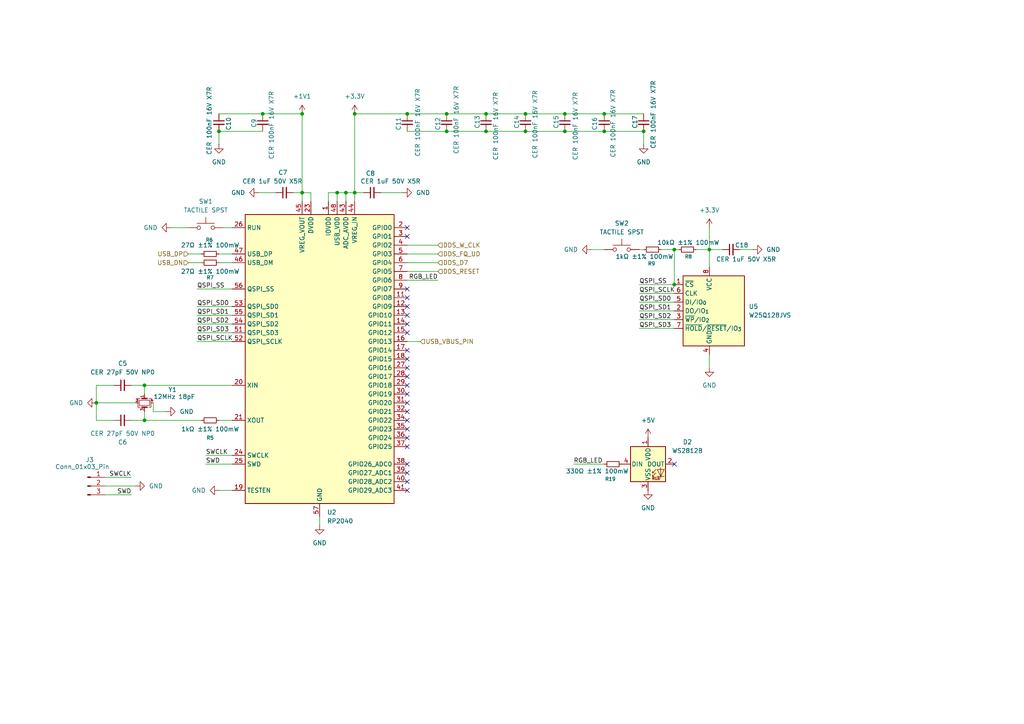
<source format=kicad_sch>
(kicad_sch (version 20250114) (generator "eeschema") (generator_version "9.0")
  (paper "A4")
  (lib_symbols
    (symbol "SCH_Library:+1V1" (power) (pin_numbers (hide yes)) (pin_names (offset 0) (hide yes))
      (property "Value" "+1V1" (at 0 3.556 0))
      (symbol "+1V1_0_1"
        (polyline (pts (xy -0.762 1.27) (xy 0 2.54)))
        (polyline (pts (xy 0 2.54) (xy 0.762 1.27)))
        (polyline (pts (xy 0 0) (xy 0 2.54)))
      )
      (symbol "+1V1_1_1"
        (pin power_in line (at 0 0 90) (length 0) (name "~") (number "1"))
      )
    )
    (symbol "SCH_Library:+3.3V" (power) (pin_numbers (hide yes)) (pin_names (offset 0) (hide yes))
      (property "Value" "+3.3V" (at 0 3.556 0))
      (symbol "+3.3V_0_1"
        (polyline (pts (xy -0.762 1.27) (xy 0 2.54)))
        (polyline (pts (xy 0 2.54) (xy 0.762 1.27)))
        (polyline (pts (xy 0 0) (xy 0 2.54)))
      )
      (symbol "+3.3V_1_1"
        (pin power_in line (at 0 0 90) (length 0) (name "~") (number "1"))
      )
    )
    (symbol "SCH_Library:+5V" (power) (pin_numbers (hide yes)) (pin_names (offset 0) (hide yes))
      (property "Value" "+5V" (at 0 3.556 0))
      (symbol "+5V_0_1"
        (polyline (pts (xy -0.762 1.27) (xy 0 2.54)))
        (polyline (pts (xy 0 2.54) (xy 0.762 1.27)))
        (polyline (pts (xy 0 0) (xy 0 2.54)))
      )
      (symbol "+5V_1_1"
        (pin power_in line (at 0 0 90) (length 0) (name "~") (number "1"))
      )
    )
    (symbol "SCH_Library:C_Small" (pin_numbers (hide yes)) (pin_names (offset 0.254) (hide yes))
      (property "Reference" "C" (at 0.254 1.778 0))
      (property "Value" "C_Small" (at 0.254 -2.032 0))
      (symbol "C_Small_0_1"
        (polyline (pts (xy -1.524 0.508) (xy 1.524 0.508)) (stroke (width 0.3048)))
        (polyline (pts (xy -1.524 -0.508) (xy 1.524 -0.508)) (stroke (width 0.3302)))
      )
      (symbol "C_Small_1_1"
        (pin passive line (at 0 2.54 270) (length 2.032) (name "~") (number "1"))
        (pin passive line (at 0 -2.54 90) (length 2.032) (name "~") (number "2"))
      )
    )
    (symbol "SCH_Library:Conn_01x03_Pin" (pin_names (offset 1.016) (hide yes))
      (property "Reference" "J" (at 0 5.08 0))
      (property "Value" "Conn_01x03_Pin" (at 0 -5.08 0))
      (symbol "Conn_01x03_Pin_1_1"
        (rectangle (start 0.8636 2.667) (end 0 2.413) (stroke (width 0.1524)) (fill (type outline)))
        (rectangle (start 0.8636 0.127) (end 0 -0.127) (stroke (width 0.1524)) (fill (type outline)))
        (rectangle (start 0.8636 -2.413) (end 0 -2.667) (stroke (width 0.1524)) (fill (type outline)))
        (polyline (pts (xy 1.27 2.54) (xy 0.8636 2.54)) (stroke (width 0.1524)))
        (polyline (pts (xy 1.27 0) (xy 0.8636 0)) (stroke (width 0.1524)))
        (polyline (pts (xy 1.27 -2.54) (xy 0.8636 -2.54)) (stroke (width 0.1524)))
        (pin passive line (at 5.08 2.54 180) (length 3.81) (name "Pin_1") (number "1"))
        (pin passive line (at 5.08 0 180) (length 3.81) (name "Pin_2") (number "2"))
        (pin passive line (at 5.08 -2.54 180) (length 3.81) (name "Pin_3") (number "3"))
      )
    )
    (symbol "SCH_Library:Crystal_GND24_Small" (pin_names (offset 1.016) (hide yes))
      (property "Reference" "Y" (at 1.27 4.445 0))
      (property "Value" "Crystal_GND24_Small" (at 1.27 2.54 0))
      (symbol "Crystal_GND24_Small_0_1"
        (polyline (pts (xy -1.27 1.27) (xy -1.27 1.905) (xy 1.27 1.905) (xy 1.27 1.27)))
        (polyline (pts (xy -1.27 -0.762) (xy -1.27 0.762)) (stroke (width 0.381)))
        (polyline (pts (xy -1.27 -1.27) (xy -1.27 -1.905) (xy 1.27 -1.905) (xy 1.27 -1.27)))
        (rectangle (start -0.762 -1.524) (end 0.762 1.524))
        (polyline (pts (xy 1.27 -0.762) (xy 1.27 0.762)) (stroke (width 0.381)))
      )
      (symbol "Crystal_GND24_Small_1_1"
        (pin passive line (at -2.54 0 0) (length 1.27) (name "1") (number "1"))
        (pin passive line (at 0 2.54 270) (length 0.635) (name "4") (number "4"))
        (pin passive line (at 0 -2.54 90) (length 0.635) (name "2") (number "2"))
        (pin passive line (at 2.54 0 180) (length 1.27) (name "3") (number "3"))
      )
    )
    (symbol "SCH_Library:GND" (power) (pin_numbers (hide yes)) (pin_names (offset 0) (hide yes))
      (property "Value" "GND" (at 0 -3.81 0))
      (symbol "GND_0_1"
        (polyline (pts (xy 0 0) (xy 0 -1.27) (xy 1.27 -1.27) (xy 0 -2.54) (xy -1.27 -1.27) (xy 0 -1.27)))
      )
      (symbol "GND_1_1"
        (pin power_in line (at 0 0 270) (length 0) (name "~") (number "1"))
      )
    )
    (symbol "SCH_Library:RP2040"
      (property "Reference" "U" (at 17.78 45.72 0))
      (property "Value" "RP2040" (at 17.78 43.18 0))
      (symbol "RP2040_0_1"
        (rectangle (start -21.59 41.91) (end 21.59 -41.91) (stroke (width 0.254)) (fill (type background)))
      )
      (symbol "RP2040_1_1"
        (pin input line (at -25.4 38.1 0) (length 3.81) (name "RUN") (number "26"))
        (pin bidirectional line (at -25.4 30.48 0) (length 3.81) (name "USB_DP") (number "47"))
        (pin bidirectional line (at -25.4 27.94 0) (length 3.81) (name "USB_DM") (number "46"))
        (pin bidirectional line (at -25.4 20.32 0) (length 3.81) (name "QSPI_SS") (number "56"))
        (pin bidirectional line (at -25.4 15.24 0) (length 3.81) (name "QSPI_SD0") (number "53"))
        (pin bidirectional line (at -25.4 12.7 0) (length 3.81) (name "QSPI_SD1") (number "55"))
        (pin bidirectional line (at -25.4 10.16 0) (length 3.81) (name "QSPI_SD2") (number "54"))
        (pin bidirectional line (at -25.4 7.62 0) (length 3.81) (name "QSPI_SD3") (number "51"))
        (pin output line (at -25.4 5.08 0) (length 3.81) (name "QSPI_SCLK") (number "52"))
        (pin input line (at -25.4 -7.62 0) (length 3.81) (name "XIN") (number "20"))
        (pin passive line (at -25.4 -17.78 0) (length 3.81) (name "XOUT") (number "21"))
        (pin input line (at -25.4 -27.94 0) (length 3.81) (name "SWCLK") (number "24"))
        (pin bidirectional line (at -25.4 -30.48 0) (length 3.81) (name "SWD") (number "25"))
        (pin input line (at -25.4 -38.1 0) (length 3.81) (name "TESTEN") (number "19"))
        (pin power_out line (at -5.08 45.72 270) (length 3.81) (name "VREG_VOUT") (number "45"))
        (pin power_in line (at -2.54 45.72 270) (length 3.81) (name "DVDD") (number "23"))
        (pin passive line (at -2.54 45.72 270) (length 3.81) (hide yes) (name "DVDD") (number "50"))
        (pin power_in line (at 0 -45.72 90) (length 3.81) (name "GND") (number "57"))
        (pin power_in line (at 2.54 45.72 270) (length 3.81) (name "IOVDD") (number "1"))
        (pin passive line (at 2.54 45.72 270) (length 3.81) (hide yes) (name "IOVDD") (number "10"))
        (pin passive line (at 2.54 45.72 270) (length 3.81) (hide yes) (name "IOVDD") (number "22"))
        (pin passive line (at 2.54 45.72 270) (length 3.81) (hide yes) (name "IOVDD") (number "33"))
        (pin passive line (at 2.54 45.72 270) (length 3.81) (hide yes) (name "IOVDD") (number "42"))
        (pin passive line (at 2.54 45.72 270) (length 3.81) (hide yes) (name "IOVDD") (number "49"))
        (pin power_in line (at 5.08 45.72 270) (length 3.81) (name "USB_VDD") (number "48"))
        (pin power_in line (at 7.62 45.72 270) (length 3.81) (name "ADC_AVDD") (number "43"))
        (pin power_in line (at 10.16 45.72 270) (length 3.81) (name "VREG_IN") (number "44"))
        (pin bidirectional line (at 25.4 38.1 180) (length 3.81) (name "GPIO0") (number "2"))
        (pin bidirectional line (at 25.4 35.56 180) (length 3.81) (name "GPIO1") (number "3"))
        (pin bidirectional line (at 25.4 33.02 180) (length 3.81) (name "GPIO2") (number "4"))
        (pin bidirectional line (at 25.4 30.48 180) (length 3.81) (name "GPIO3") (number "5"))
        (pin bidirectional line (at 25.4 27.94 180) (length 3.81) (name "GPIO4") (number "6"))
        (pin bidirectional line (at 25.4 25.4 180) (length 3.81) (name "GPIO5") (number "7"))
        (pin bidirectional line (at 25.4 22.86 180) (length 3.81) (name "GPIO6") (number "8"))
        (pin bidirectional line (at 25.4 20.32 180) (length 3.81) (name "GPIO7") (number "9"))
        (pin bidirectional line (at 25.4 17.78 180) (length 3.81) (name "GPIO8") (number "11"))
        (pin bidirectional line (at 25.4 15.24 180) (length 3.81) (name "GPIO9") (number "12"))
        (pin bidirectional line (at 25.4 12.7 180) (length 3.81) (name "GPIO10") (number "13"))
        (pin bidirectional line (at 25.4 10.16 180) (length 3.81) (name "GPIO11") (number "14"))
        (pin bidirectional line (at 25.4 7.62 180) (length 3.81) (name "GPIO12") (number "15"))
        (pin bidirectional line (at 25.4 5.08 180) (length 3.81) (name "GPIO13") (number "16"))
        (pin bidirectional line (at 25.4 2.54 180) (length 3.81) (name "GPIO14") (number "17"))
        (pin bidirectional line (at 25.4 0 180) (length 3.81) (name "GPIO15") (number "18"))
        (pin bidirectional line (at 25.4 -2.54 180) (length 3.81) (name "GPIO16") (number "27"))
        (pin bidirectional line (at 25.4 -5.08 180) (length 3.81) (name "GPIO17") (number "28"))
        (pin bidirectional line (at 25.4 -7.62 180) (length 3.81) (name "GPIO18") (number "29"))
        (pin bidirectional line (at 25.4 -10.16 180) (length 3.81) (name "GPIO19") (number "30"))
        (pin bidirectional line (at 25.4 -12.7 180) (length 3.81) (name "GPIO20") (number "31"))
        (pin bidirectional line (at 25.4 -15.24 180) (length 3.81) (name "GPIO21") (number "32"))
        (pin bidirectional line (at 25.4 -17.78 180) (length 3.81) (name "GPIO22") (number "34"))
        (pin bidirectional line (at 25.4 -20.32 180) (length 3.81) (name "GPIO23") (number "35"))
        (pin bidirectional line (at 25.4 -22.86 180) (length 3.81) (name "GPIO24") (number "36"))
        (pin bidirectional line (at 25.4 -25.4 180) (length 3.81) (name "GPIO25") (number "37"))
        (pin bidirectional line (at 25.4 -30.48 180) (length 3.81) (name "GPIO26_ADC0") (number "38"))
        (pin bidirectional line (at 25.4 -33.02 180) (length 3.81) (name "GPIO27_ADC1") (number "39"))
        (pin bidirectional line (at 25.4 -35.56 180) (length 3.81) (name "GPIO28_ADC2") (number "40"))
        (pin bidirectional line (at 25.4 -38.1 180) (length 3.81) (name "GPIO29_ADC3") (number "41"))
      )
    )
    (symbol "SCH_Library:R_Small" (pin_numbers (hide yes)) (pin_names (offset 0.254) (hide yes))
      (property "Reference" "R" (at 0 0 90))
      (property "Value" "R_Small" (at 1.778 0 90))
      (symbol "R_Small_0_1"
        (rectangle (start -0.762 1.778) (end 0.762 -1.778) (stroke (width 0.2032)))
      )
      (symbol "R_Small_1_1"
        (pin passive line (at 0 2.54 270) (length 0.762) (name "~") (number "1"))
        (pin passive line (at 0 -2.54 90) (length 0.762) (name "~") (number "2"))
      )
    )
    (symbol "SCH_Library:SW_Push" (pin_numbers (hide yes)) (pin_names (offset 1.016) (hide yes))
      (property "Reference" "SW" (at 1.27 2.54 0))
      (property "Value" "SW_Push" (at 0 -1.524 0))
      (symbol "SW_Push_0_1"
        (circle (center -2.032 0) (radius 0.508))
        (polyline (pts (xy 0 1.27) (xy 0 3.048)))
        (circle (center 2.032 0) (radius 0.508))
        (polyline (pts (xy 2.54 1.27) (xy -2.54 1.27)))
        (pin passive line (at -5.08 0 0) (length 2.54) (name "1") (number "1"))
        (pin passive line (at 5.08 0 180) (length 2.54) (name "2") (number "2"))
      )
    )
    (symbol "SCH_Library:W25Q128JVS"
      (property "Reference" "U" (at -6.35 11.43 0))
      (property "Value" "W25Q128JVS" (at 7.62 11.43 0))
      (symbol "W25Q128JVS_0_1"
        (rectangle (start -7.62 10.16) (end 10.16 -10.16) (stroke (width 0.254)) (fill (type background)))
      )
      (symbol "W25Q128JVS_1_1"
        (pin input line (at -10.16 7.62 0) (length 2.54) (name "~{CS}") (number "1"))
        (pin input line (at -10.16 5.08 0) (length 2.54) (name "CLK") (number "6"))
        (pin bidirectional line (at -10.16 2.54 0) (length 2.54) (name "DI/IO_{0}") (number "5"))
        (pin bidirectional line (at -10.16 0 0) (length 2.54) (name "DO/IO_{1}") (number "2"))
        (pin bidirectional line (at -10.16 -2.54 0) (length 2.54) (name "~{WP}/IO_{2}") (number "3"))
        (pin bidirectional line (at -10.16 -5.08 0) (length 2.54) (name "~{HOLD}/~{RESET}/IO_{3}") (number "7"))
        (pin power_in line (at 0 12.7 270) (length 2.54) (name "VCC") (number "8"))
        (pin power_in line (at 0 -12.7 90) (length 2.54) (name "GND") (number "4"))
      )
    )
    (symbol "SCH_Library:WS2812B" (pin_names (offset 0.254))
      (property "Reference" "D" (at 5.08 5.715 0))
      (property "Value" "WS2812B" (at 1.27 -5.715 0))
      (symbol "WS2812B_0_0"
        (text "RGB" (at 2.286 -4.191 0) (effects (font (size 0.762 0.762))))
      )
      (symbol "WS2812B_0_1"
        (polyline (pts (xy 1.27 -2.54) (xy 1.778 -2.54)))
        (polyline (pts (xy 1.27 -3.556) (xy 1.778 -3.556)))
        (polyline (pts (xy 2.286 -1.524) (xy 1.27 -2.54) (xy 1.27 -2.032)))
        (polyline (pts (xy 2.286 -2.54) (xy 1.27 -3.556) (xy 1.27 -3.048)))
        (polyline (pts (xy 3.683 -1.016) (xy 3.683 -3.556) (xy 3.683 -4.064)))
        (polyline (pts (xy 4.699 -1.524) (xy 2.667 -1.524) (xy 3.683 -3.556) (xy 4.699 -1.524)))
        (polyline (pts (xy 4.699 -3.556) (xy 2.667 -3.556)))
        (rectangle (start 5.08 5.08) (end -5.08 -5.08) (stroke (width 0.254)) (fill (type background)))
      )
      (symbol "WS2812B_1_1"
        (pin input line (at -7.62 0 0) (length 2.54) (name "DIN") (number "4"))
        (pin power_in line (at 0 7.62 270) (length 2.54) (name "VDD") (number "1"))
        (pin power_in line (at 0 -7.62 90) (length 2.54) (name "VSS") (number "3"))
        (pin output line (at 7.62 0 180) (length 2.54) (name "DOUT") (number "2"))
      )
    )
  )
  (junction (at 175.26 33.02))
  (junction (at 102.87 33.02))
  (junction (at 129.54 33.02))
  (junction (at 27.94 116.84))
  (junction (at 163.83 33.02))
  (junction (at 186.69 38.1))
  (junction (at 87.63 55.88))
  (junction (at 140.97 33.02))
  (junction (at 175.26 38.1))
  (junction (at 41.91 111.76))
  (junction (at 87.63 33.02))
  (junction (at 140.97 38.1))
  (junction (at 102.87 55.88))
  (junction (at 97.79 55.88))
  (junction (at 205.74 72.39))
  (junction (at 100.33 55.88))
  (junction (at 195.58 82.55))
  (junction (at 152.4 38.1))
  (junction (at 129.54 38.1))
  (junction (at 118.11 33.02))
  (junction (at 163.83 38.1))
  (junction (at 195.58 72.39))
  (junction (at 76.2 33.02))
  (junction (at 63.5 38.1))
  (junction (at 41.91 121.92))
  (junction (at 152.4 33.02))
  (no_connect (at 118.11 88.9))
  (no_connect (at 118.11 116.84))
  (no_connect (at 118.11 139.7))
  (no_connect (at 118.11 129.54))
  (no_connect (at 195.58 134.62))
  (no_connect (at 118.11 93.98))
  (no_connect (at 118.11 134.62))
  (no_connect (at 118.11 86.36))
  (no_connect (at 118.11 127))
  (no_connect (at 118.11 121.92))
  (no_connect (at 118.11 91.44))
  (no_connect (at 118.11 114.3))
  (no_connect (at 118.11 66.04))
  (no_connect (at 118.11 124.46))
  (no_connect (at 118.11 142.24))
  (no_connect (at 118.11 106.68))
  (no_connect (at 118.11 137.16))
  (no_connect (at 118.11 83.82))
  (no_connect (at 118.11 111.76))
  (no_connect (at 118.11 96.52))
  (no_connect (at 118.11 104.14))
  (no_connect (at 118.11 109.22))
  (no_connect (at 118.11 101.6))
  (no_connect (at 118.11 119.38))
  (no_connect (at 118.11 68.58))
  (wire (pts (xy 33.02 121.92) (xy 27.94 121.92)))
  (wire (pts (xy 27.94 116.84) (xy 39.37 116.84)))
  (wire (pts (xy 63.5 33.02) (xy 76.2 33.02)))
  (wire (pts (xy 63.5 142.24) (xy 67.31 142.24)))
  (wire (pts (xy 102.87 55.88) (xy 102.87 58.42)))
  (wire (pts (xy 54.61 73.66) (xy 58.42 73.66)))
  (wire (pts (xy 63.5 38.1) (xy 76.2 38.1)))
  (wire (pts (xy 118.11 33.02) (xy 129.54 33.02)))
  (wire (pts (xy 163.83 38.1) (xy 175.26 38.1)))
  (wire (pts (xy 102.87 55.88) (xy 102.87 33.02)))
  (wire (pts (xy 95.25 58.42) (xy 95.25 55.88)))
  (wire (pts (xy 38.1 138.43) (xy 30.48 138.43)))
  (wire (pts (xy 27.94 121.92) (xy 27.94 116.84)))
  (wire (pts (xy 57.15 88.9) (xy 67.31 88.9)))
  (wire (pts (xy 185.42 95.25) (xy 195.58 95.25)))
  (wire (pts (xy 118.11 78.74) (xy 127 78.74)))
  (wire (pts (xy 105.41 55.88) (xy 102.87 55.88)))
  (wire (pts (xy 33.02 111.76) (xy 27.94 111.76)))
  (wire (pts (xy 54.61 76.2) (xy 58.42 76.2)))
  (wire (pts (xy 118.11 71.12) (xy 127 71.12)))
  (wire (pts (xy 152.4 38.1) (xy 163.83 38.1)))
  (wire (pts (xy 59.69 134.62) (xy 67.31 134.62)))
  (wire (pts (xy 185.42 87.63) (xy 195.58 87.63)))
  (wire (pts (xy 44.45 119.38) (xy 48.26 119.38)))
  (wire (pts (xy 100.33 55.88) (xy 102.87 55.88)))
  (wire (pts (xy 63.5 73.66) (xy 67.31 73.66)))
  (wire (pts (xy 185.42 72.39) (xy 186.69 72.39)))
  (wire (pts (xy 152.4 33.02) (xy 163.83 33.02)))
  (wire (pts (xy 214.63 72.39) (xy 218.44 72.39)))
  (wire (pts (xy 57.15 99.06) (xy 67.31 99.06)))
  (wire (pts (xy 121.92 99.06) (xy 118.11 99.06)))
  (wire (pts (xy 185.42 82.55) (xy 195.58 82.55)))
  (wire (pts (xy 129.54 38.1) (xy 140.97 38.1)))
  (wire (pts (xy 64.77 66.04) (xy 67.31 66.04)))
  (wire (pts (xy 195.58 72.39) (xy 195.58 82.55)))
  (wire (pts (xy 41.91 111.76) (xy 41.91 114.3)))
  (wire (pts (xy 41.91 121.92) (xy 58.42 121.92)))
  (wire (pts (xy 38.1 111.76) (xy 41.91 111.76)))
  (wire (pts (xy 63.5 38.1) (xy 63.5 41.91)))
  (wire (pts (xy 175.26 134.62) (xy 166.37 134.62)))
  (wire (pts (xy 44.45 116.84) (xy 44.45 119.38)))
  (wire (pts (xy 118.11 38.1) (xy 129.54 38.1)))
  (wire (pts (xy 140.97 33.02) (xy 152.4 33.02)))
  (wire (pts (xy 205.74 72.39) (xy 205.74 77.47)))
  (wire (pts (xy 205.74 66.04) (xy 205.74 72.39)))
  (wire (pts (xy 49.53 66.04) (xy 54.61 66.04)))
  (wire (pts (xy 57.15 93.98) (xy 67.31 93.98)))
  (wire (pts (xy 87.63 55.88) (xy 85.09 55.88)))
  (wire (pts (xy 201.93 72.39) (xy 205.74 72.39)))
  (wire (pts (xy 175.26 33.02) (xy 186.69 33.02)))
  (wire (pts (xy 191.77 72.39) (xy 195.58 72.39)))
  (wire (pts (xy 195.58 72.39) (xy 196.85 72.39)))
  (wire (pts (xy 185.42 85.09) (xy 195.58 85.09)))
  (wire (pts (xy 87.63 58.42) (xy 87.63 55.88)))
  (wire (pts (xy 92.71 149.86) (xy 92.71 152.4)))
  (wire (pts (xy 185.42 90.17) (xy 195.58 90.17)))
  (wire (pts (xy 38.1 121.92) (xy 41.91 121.92)))
  (wire (pts (xy 95.25 55.88) (xy 97.79 55.88)))
  (wire (pts (xy 63.5 76.2) (xy 67.31 76.2)))
  (wire (pts (xy 129.54 33.02) (xy 140.97 33.02)))
  (wire (pts (xy 205.74 72.39) (xy 209.55 72.39)))
  (wire (pts (xy 118.11 81.28) (xy 127 81.28)))
  (wire (pts (xy 185.42 92.71) (xy 195.58 92.71)))
  (wire (pts (xy 27.94 111.76) (xy 27.94 116.84)))
  (wire (pts (xy 100.33 58.42) (xy 100.33 55.88)))
  (wire (pts (xy 87.63 55.88) (xy 87.63 33.02)))
  (wire (pts (xy 90.17 55.88) (xy 87.63 55.88)))
  (wire (pts (xy 163.83 33.02) (xy 175.26 33.02)))
  (wire (pts (xy 90.17 58.42) (xy 90.17 55.88)))
  (wire (pts (xy 97.79 55.88) (xy 100.33 55.88)))
  (wire (pts (xy 74.93 55.88) (xy 80.01 55.88)))
  (wire (pts (xy 97.79 58.42) (xy 97.79 55.88)))
  (wire (pts (xy 57.15 91.44) (xy 67.31 91.44)))
  (wire (pts (xy 57.15 96.52) (xy 67.31 96.52)))
  (wire (pts (xy 171.45 72.39) (xy 175.26 72.39)))
  (wire (pts (xy 87.63 33.02) (xy 76.2 33.02)))
  (wire (pts (xy 57.15 83.82) (xy 67.31 83.82)))
  (wire (pts (xy 102.87 33.02) (xy 118.11 33.02)))
  (wire (pts (xy 140.97 38.1) (xy 152.4 38.1)))
  (wire (pts (xy 110.49 55.88) (xy 116.84 55.88)))
  (wire (pts (xy 118.11 76.2) (xy 127 76.2)))
  (wire (pts (xy 41.91 119.38) (xy 41.91 121.92)))
  (wire (pts (xy 41.91 111.76) (xy 67.31 111.76)))
  (wire (pts (xy 205.74 102.87) (xy 205.74 106.68)))
  (wire (pts (xy 63.5 121.92) (xy 67.31 121.92)))
  (wire (pts (xy 186.69 38.1) (xy 186.69 41.91)))
  (wire (pts (xy 59.69 132.08) (xy 67.31 132.08)))
  (wire (pts (xy 38.1 143.51) (xy 30.48 143.51)))
  (wire (pts (xy 118.11 73.66) (xy 127 73.66)))
  (wire (pts (xy 175.26 38.1) (xy 186.69 38.1)))
  (wire (pts (xy 30.48 140.97) (xy 39.37 140.97)))
  (label "QSPI_SD2" (at 185.42 92.71 0))
  (label "QSPI_SD0" (at 185.42 87.63 0))
  (label "QSPI_SD2" (at 57.15 93.98 0))
  (label "QSPI_SD1" (at 185.42 90.17 0))
  (label "QSPI_SD3" (at 185.42 95.25 0))
  (label "QSPI_SS" (at 57.15 83.82 0))
  (label "QSPI_SCLK" (at 185.42 85.09 0))
  (label "SWD" (at 59.69 134.62 0))
  (label "QSPI_SD3" (at 57.15 96.52 0))
  (label "RGB_LED" (at 166.37 134.62 0))
  (label "QSPI_SD0" (at 57.15 88.9 0))
  (label "SWD" (at 38.1 143.51 180))
  (label "RGB_LED" (at 127 81.28 180))
  (label "QSPI_SS" (at 185.42 82.55 0))
  (label "SWCLK" (at 59.69 132.08 0))
  (label "SWCLK" (at 38.1 138.43 180))
  (label "QSPI_SD1" (at 57.15 91.44 0))
  (label "QSPI_SCLK" (at 57.15 99.06 0))
  (hierarchical_label "DDS_RESET" (shape input) (at 127 78.74 0))
  (hierarchical_label "DDS_D7" (shape input) (at 127 76.2 0))
  (hierarchical_label "USB_VBUS_PIN" (shape input) (at 121.92 99.06 0))
  (hierarchical_label "USB_DN" (shape input) (at 54.61 76.2 180))
  (hierarchical_label "DDS_FQ_UD" (shape input) (at 127 73.66 0))
  (hierarchical_label "USB_DP" (shape input) (at 54.61 73.66 180))
  (hierarchical_label "DDS_W_CLK" (shape input) (at 127 71.12 0))
  (symbol (lib_id "SCH_Library:+5V") (at 187.96 127 0) (unit 1)
    (property "Reference" "#PWR039" (effects (hide yes)))
    (property "Value" "+5V" (at 187.96 121.92 0))
    (property "Description" "Power symbol creates a global label with name \"+5V\"" (effects (hide yes)))
  )
  (symbol (lib_id "SCH_Library:GND") (at 186.69 41.91 0) (unit 1)
    (property "Reference" "#PWR016" (effects (hide yes)))
    (property "Value" "GND" (at 186.69 46.99 0))
    (property "Description" "Power symbol creates a global label with name \"GND\" , ground" (effects (hide yes)))
  )
  (symbol (lib_id "SCH_Library:R_Small") (at 199.39 72.39 90) (unit 1)
    (property "Reference" "R8" (at 199.644 74.422 90) (effects (font (size 1.016 1.016))))
    (property "Value" "10kΩ ±1% 100mW" (at 199.644 70.358 90))
    (property "Footprint" "Resistor_SMD:R_0603_1608Metric" (effects (hide yes)))
    (property "Description" "Resistor, small symbol" (effects (hide yes)))
    (property "MFR" "UNI-ROYAL" (effects (hide yes)))
    (property "MPN" "0603WAF1002T5E" (effects (hide yes)))
    (property "LCSPN" "C25804" (effects (hide yes)))
  )
  (symbol (lib_id "SCH_Library:+3.3V") (at 205.74 66.04 0) (unit 1)
    (property "Reference" "#PWR019" (effects (hide yes)))
    (property "Value" "+3.3V" (at 205.74 60.96 0))
    (property "Description" "Power symbol creates a global label with name \"+3.3V\"" (effects (hide yes)))
  )
  (symbol (lib_id "SCH_Library:SW_Push") (at 180.34 72.39 0) (unit 1)
    (property "Reference" "SW2" (at 180.34 64.77 0))
    (property "Value" "TACTILE SPST" (at 180.34 67.31 0))
    (property "Footprint" "Button_Switch_SMD:SW_SPST_B3U-1000P" (effects (hide yes)))
    (property "Description" "Push button switch, generic, two pins" (effects (hide yes)))
    (property "MFR" "OMRON" (effects (hide yes)))
    (property "MPN" "B3U-1000P" (effects (hide yes)))
    (property "LCSPN" "C231329" (effects (hide yes)))
  )
  (symbol (lib_id "SCH_Library:C_Small") (at 118.11 35.56 0) (unit 1)
    (property "Reference" "C11" (at 115.57 37.846 90) (effects (justify left)))
    (property "Value" "CER 100nF 16V X7R" (at 121.158 45.466 90) (effects (justify left)))
    (property "Footprint" "Capacitor_SMD:C_0402_1005Metric" (effects (hide yes)))
    (property "Description" "Unpolarized capacitor, small symbol" (effects (hide yes)))
    (property "MFR" "Samsung Electro-Mechanics" (effects (hide yes)))
    (property "MPN" "CL05B104KO5NNNC" (effects (hide yes)))
    (property "LCSPN" "C1525" (effects (hide yes)))
  )
  (symbol (lib_id "SCH_Library:+1V1") (at 87.63 33.02 0) (unit 1)
    (property "Reference" "#PWR018" (effects (hide yes)))
    (property "Value" "+1V1" (at 87.63 27.94 0))
    (property "Description" "Power symbol creates a global label with name \"+1V1\"" (effects (hide yes)))
  )
  (symbol (lib_id "SCH_Library:GND") (at 49.53 66.04 270) (unit 1)
    (property "Reference" "#PWR023" (effects (hide yes)))
    (property "Value" "GND" (at 45.72 66.0399 90) (effects (justify right)))
    (property "Description" "Power symbol creates a global label with name \"GND\" , ground" (effects (hide yes)))
  )
  (symbol (lib_id "SCH_Library:C_Small") (at 76.2 35.56 0) (unit 1)
    (property "Reference" "C9" (at 73.66 37.084 90) (effects (justify left)))
    (property "Value" "CER 100nF 16V X7R" (at 78.74 46.228 90) (effects (justify left)))
    (property "Footprint" "Capacitor_SMD:C_0402_1005Metric" (effects (hide yes)))
    (property "Description" "Unpolarized capacitor, small symbol" (effects (hide yes)))
    (property "MFR" "Samsung Electro-Mechanics" (effects (hide yes)))
    (property "MPN" "CL05B104KO5NNNC" (effects (hide yes)))
    (property "LCSPN" "C1525" (effects (hide yes)))
  )
  (symbol (lib_id "SCH_Library:GND") (at 63.5 142.24 270) (unit 1)
    (property "Reference" "#PWR011" (effects (hide yes)))
    (property "Value" "GND" (at 59.69 142.2399 90) (effects (justify right)))
    (property "Description" "Power symbol creates a global label with name \"GND\" , ground" (effects (hide yes)))
  )
  (symbol (lib_id "SCH_Library:C_Small") (at 175.26 35.56 0) (unit 1)
    (property "Reference" "C16" (at 172.466 37.846 90) (effects (justify left)))
    (property "Value" "CER 100nF 16V X7R" (at 177.8 45.72 90) (effects (justify left)))
    (property "Footprint" "Capacitor_SMD:C_0402_1005Metric" (effects (hide yes)))
    (property "Description" "Unpolarized capacitor, small symbol" (effects (hide yes)))
    (property "MFR" "Samsung Electro-Mechanics" (effects (hide yes)))
    (property "MPN" "CL05B104KO5NNNC" (effects (hide yes)))
    (property "LCSPN" "C1525" (effects (hide yes)))
  )
  (symbol (lib_id "SCH_Library:R_Small") (at 189.23 72.39 90) (unit 1)
    (property "Reference" "R9" (at 188.976 76.454 90) (effects (font (size 1.016 1.016))))
    (property "Value" "1kΩ ±1% 100mW" (at 186.944 74.422 90))
    (property "Footprint" "Resistor_SMD:R_0603_1608Metric" (effects (hide yes)))
    (property "Description" "Resistor, small symbol" (effects (hide yes)))
    (property "MFR" "YAGEO" (effects (hide yes)))
    (property "MPN" "RC0603FR-071KL" (effects (hide yes)))
    (property "LCSPN" "C22548" (effects (hide yes)))
  )
  (symbol (lib_id "SCH_Library:R_Small") (at 60.96 76.2 90) (unit 1)
    (property "Reference" "R7" (at 60.96 80.518 90) (effects (font (size 1.016 1.016))))
    (property "Value" "27Ω ±1% 100mW" (at 60.96 78.74 90))
    (property "Footprint" "Resistor_SMD:R_0603_1608Metric" (effects (hide yes)))
    (property "Description" "Resistor, small symbol" (effects (hide yes)))
    (property "MFR" "FOJAN" (effects (hide yes)))
    (property "MPN" "FRC0603F27R0TS" (effects (hide yes)))
    (property "LCSPN" "C2907021" (effects (hide yes)))
  )
  (symbol (lib_id "SCH_Library:W25Q128JVS") (at 205.74 90.17 0) (unit 1)
    (property "Reference" "U5" (at 217.17 88.8999 0) (effects (justify left)))
    (property "Value" "W25Q128JVS" (at 217.17 91.4399 0) (effects (justify left)))
    (property "Footprint" "Package_SO:SOIC-8_5.3x5.3mm_P1.27mm" (effects (hide yes)))
    (property "Datasheet" "https://www.winbond.com/resource-files/w25q128jv_dtr%20revc%2003272018%20plus.pdf" (effects (hide yes)))
    (property "Description" "128Mbit / 16MiB Serial Flash Memory, Standard/Dual/Quad SPI, 2.7-3.6V, SOIC-8" (effects (hide yes)))
    (property "MFR" "Winbond" (effects (hide yes)))
    (property "MPN" "W25Q128JVSIQ" (effects (hide yes)))
    (property "LCSPN" "C97521" (effects (hide yes)))
  )
  (symbol (lib_id "SCH_Library:GND") (at 74.93 55.88 270) (unit 1)
    (property "Reference" "#PWR014" (effects (hide yes)))
    (property "Value" "GND" (at 71.12 55.8799 90) (effects (justify right)))
    (property "Description" "Power symbol creates a global label with name \"GND\" , ground" (effects (hide yes)))
  )
  (symbol (lib_id "SCH_Library:C_Small") (at 107.95 55.88 90) (unit 1)
    (property "Reference" "C8" (at 107.442 50.292 90))
    (property "Value" "CER 1uF 50V X5R" (at 113.284 52.578 90))
    (property "Footprint" "Capacitor_SMD:C_0603_1608Metric" (effects (hide yes)))
    (property "Description" "Unpolarized capacitor, small symbol" (effects (hide yes)))
    (property "MFR" "Samsung Electro-Mechanics" (effects (hide yes)))
    (property "MPN" "CL10A105KB8NNNC" (effects (hide yes)))
    (property "LCSPN" "C15849" (effects (hide yes)))
  )
  (symbol (lib_id "SCH_Library:SW_Push") (at 59.69 66.04 0) (unit 1)
    (property "Reference" "SW1" (at 59.69 58.42 0))
    (property "Value" "TACTILE SPST" (at 59.69 60.96 0))
    (property "Footprint" "Button_Switch_SMD:SW_SPST_B3U-1000P" (effects (hide yes)))
    (property "Description" "Push button switch, generic, two pins" (effects (hide yes)))
    (property "MFR" "OMRON" (effects (hide yes)))
    (property "MPN" "B3U-1000P" (effects (hide yes)))
    (property "LCSPN" "C231329" (effects (hide yes)))
  )
  (symbol (lib_id "SCH_Library:R_Small") (at 60.96 73.66 90) (unit 1)
    (property "Reference" "R6" (at 60.706 69.596 90) (effects (font (size 1.016 1.016))))
    (property "Value" "27Ω ±1% 100mW" (at 60.96 71.12 90))
    (property "Footprint" "Resistor_SMD:R_0603_1608Metric" (effects (hide yes)))
    (property "Description" "Resistor, small symbol" (effects (hide yes)))
    (property "MFR" "FOJAN" (effects (hide yes)))
    (property "MPN" "FRC0603F27R0TS" (effects (hide yes)))
    (property "LCSPN" "C2907021" (effects (hide yes)))
  )
  (symbol (lib_id "SCH_Library:Conn_01x03_Pin") (at 25.4 140.97 0) (unit 1) (in_bom no)
    (property "Reference" "J3" (at 26.035 133.35 0))
    (property "Value" "Conn_01x03_Pin" (at 23.876 135.382 0))
    (property "Footprint" "Connector_PinHeader_2.54mm:PinHeader_1x03_P2.54mm_Vertical" (effects (hide yes)))
    (property "Description" "Generic connector, single row, 01x03, script generated" (effects (hide yes)))
  )
  (symbol (lib_id "SCH_Library:Crystal_GND24_Small") (at 41.91 116.84 270) (unit 1)
    (property "Reference" "Y1" (at 50.038 113.03 90))
    (property "Value" "12MHz 18pF" (at 50.546 115.062 90))
    (property "Footprint" "Crystal:Crystal_SMD_3225-4Pin_3.2x2.5mm" (effects (hide yes)))
    (property "Description" "Four pin crystal, GND on pins 2 and 4, small symbol" (effects (hide yes)))
    (property "MFR" "EPSON" (effects (hide yes)))
    (property "MPN" "Q22FA23V00418" (effects (hide yes)))
    (property "LCSPN" "C91749" (effects (hide yes)))
  )
  (symbol (lib_id "SCH_Library:C_Small") (at 163.83 35.56 0) (unit 1)
    (property "Reference" "C15" (at 161.29 37.338 90) (effects (justify left)))
    (property "Value" "CER 100nF 16V X7R" (at 166.878 46.482 90) (effects (justify left)))
    (property "Footprint" "Capacitor_SMD:C_0402_1005Metric" (effects (hide yes)))
    (property "Description" "Unpolarized capacitor, small symbol" (effects (hide yes)))
    (property "MFR" "Samsung Electro-Mechanics" (effects (hide yes)))
    (property "MPN" "CL05B104KO5NNNC" (effects (hide yes)))
    (property "LCSPN" "C1525" (effects (hide yes)))
  )
  (symbol (lib_id "SCH_Library:C_Small") (at 63.5 35.56 0) (unit 1)
    (property "Reference" "C10" (at 66.294 37.846 90) (effects (justify left)))
    (property "Value" "CER 100nF 16V X7R" (at 60.706 44.958 90) (effects (justify left)))
    (property "Footprint" "Capacitor_SMD:C_0402_1005Metric" (effects (hide yes)))
    (property "Description" "Unpolarized capacitor, small symbol" (effects (hide yes)))
    (property "MFR" "Samsung Electro-Mechanics" (effects (hide yes)))
    (property "MPN" "CL05B104KO5NNNC" (effects (hide yes)))
    (property "LCSPN" "C1525" (effects (hide yes)))
  )
  (symbol (lib_id "SCH_Library:C_Small") (at 82.55 55.88 90) (unit 1)
    (property "Reference" "C7" (at 82.042 50.038 90))
    (property "Value" "CER 1uF 50V X5R" (at 78.994 52.578 90))
    (property "Footprint" "Capacitor_SMD:C_0603_1608Metric" (effects (hide yes)))
    (property "Description" "Unpolarized capacitor, small symbol" (effects (hide yes)))
    (property "MFR" "Samsung Electro-Mechanics" (effects (hide yes)))
    (property "MPN" "CL10A105KB8NNNC" (effects (hide yes)))
    (property "LCSPN" "C15849" (effects (hide yes)))
  )
  (symbol (lib_id "SCH_Library:GND") (at 205.74 106.68 0) (unit 1)
    (property "Reference" "#PWR021" (effects (hide yes)))
    (property "Value" "GND" (at 205.74 111.76 0))
    (property "Description" "Power symbol creates a global label with name \"GND\" , ground" (effects (hide yes)))
  )
  (symbol (lib_id "SCH_Library:GND") (at 218.44 72.39 90) (unit 1)
    (property "Reference" "#PWR020" (effects (hide yes)))
    (property "Value" "GND" (at 222.25 72.3899 90) (effects (justify right)))
    (property "Description" "Power symbol creates a global label with name \"GND\" , ground" (effects (hide yes)))
  )
  (symbol (lib_id "SCH_Library:GND") (at 92.71 152.4 0) (unit 1)
    (property "Reference" "#PWR012" (effects (hide yes)))
    (property "Value" "GND" (at 92.71 157.48 0))
    (property "Description" "Power symbol creates a global label with name \"GND\" , ground" (effects (hide yes)))
  )
  (symbol (lib_id "SCH_Library:C_Small") (at 212.09 72.39 90) (unit 1)
    (property "Reference" "C18" (at 215.138 71.12 90))
    (property "Value" "CER 1uF 50V X5R" (at 216.408 75.184 90))
    (property "Footprint" "Capacitor_SMD:C_0603_1608Metric" (effects (hide yes)))
    (property "Description" "Unpolarized capacitor, small symbol" (effects (hide yes)))
    (property "MFR" "Samsung Electro-Mechanics" (effects (hide yes)))
    (property "MPN" "CL10A105KB8NNNC" (effects (hide yes)))
    (property "LCSPN" "C15849" (effects (hide yes)))
  )
  (symbol (lib_id "SCH_Library:GND") (at 116.84 55.88 90) (unit 1)
    (property "Reference" "#PWR013" (effects (hide yes)))
    (property "Value" "GND" (at 120.65 55.8799 90) (effects (justify right)))
    (property "Description" "Power symbol creates a global label with name \"GND\" , ground" (effects (hide yes)))
  )
  (symbol (lib_id "SCH_Library:GND") (at 39.37 140.97 90) (unit 1)
    (property "Reference" "#PWR034" (effects (hide yes)))
    (property "Value" "GND" (at 43.18 140.9699 90) (effects (justify right)))
    (property "Description" "Power symbol creates a global label with name \"GND\" , ground" (effects (hide yes)))
  )
  (symbol (lib_id "SCH_Library:GND") (at 48.26 119.38 90) (unit 1)
    (property "Reference" "#PWR010" (effects (hide yes)))
    (property "Value" "GND" (at 52.07 119.3799 90) (effects (justify right)))
    (property "Description" "Power symbol creates a global label with name \"GND\" , ground" (effects (hide yes)))
  )
  (symbol (lib_id "SCH_Library:C_Small") (at 35.56 111.76 90) (unit 1)
    (property "Reference" "C5" (at 35.5663 105.41 90))
    (property "Value" "CER 27pF 50V NP0" (at 35.5663 107.95 90))
    (property "Footprint" "Capacitor_SMD:C_0402_1005Metric" (effects (hide yes)))
    (property "Description" "Unpolarized capacitor, small symbol" (effects (hide yes)))
    (property "MFR" "YAGEO" (effects (hide yes)))
    (property "MPN" "CC0402JRNPO9BN270" (effects (hide yes)))
    (property "LCSPN" "C107002" (effects (hide yes)))
  )
  (symbol (lib_id "SCH_Library:WS2812B") (at 187.96 134.62 0) (unit 1)
    (property "Reference" "D2" (at 199.39 128.1998 0))
    (property "Value" "WS2812B" (at 199.39 130.7398 0))
    (property "Footprint" "LED_SMD:LED_WS2812B_PLCC4_5.0x5.0mm_P3.2mm" (effects (hide yes)))
    (property "Datasheet" "https://cdn-shop.adafruit.com/datasheets/WS2812B.pdf" (effects (hide yes)))
    (property "Description" "RGB LED with integrated controller" (effects (hide yes)))
    (property "MFR" "Worldsemi" (effects (hide yes)))
    (property "MPN" "WS2812B-B/T" (effects (hide yes)))
    (property "LCSPN" "C2761795" (effects (hide yes)))
  )
  (symbol (lib_id "SCH_Library:+3.3V") (at 102.87 33.02 0) (unit 1)
    (property "Reference" "#PWR017" (effects (hide yes)))
    (property "Value" "+3.3V" (at 102.87 27.94 0))
    (property "Description" "Power symbol creates a global label with name \"+3.3V\"" (effects (hide yes)))
  )
  (symbol (lib_id "SCH_Library:R_Small") (at 60.96 121.92 90) (unit 1)
    (property "Reference" "R5" (at 60.96 127 90) (effects (font (size 1.016 1.016))))
    (property "Value" "1kΩ ±1% 100mW" (at 60.96 124.46 90))
    (property "Footprint" "Resistor_SMD:R_0603_1608Metric" (effects (hide yes)))
    (property "Description" "Resistor, small symbol" (effects (hide yes)))
    (property "MFR" "YAGEO" (effects (hide yes)))
    (property "MPN" "RC0603FR-071KL" (effects (hide yes)))
    (property "LCSPN" "C22548" (effects (hide yes)))
  )
  (symbol (lib_id "SCH_Library:C_Small") (at 186.69 35.56 0) (unit 1)
    (property "Reference" "C17" (at 184.15 37.338 90) (effects (justify left)))
    (property "Value" "CER 100nF 16V X7R" (at 189.484 43.18 90) (effects (justify left)))
    (property "Footprint" "Capacitor_SMD:C_0402_1005Metric" (effects (hide yes)))
    (property "Description" "Unpolarized capacitor, small symbol" (effects (hide yes)))
    (property "MFR" "Samsung Electro-Mechanics" (effects (hide yes)))
    (property "MPN" "CL05B104KO5NNNC" (effects (hide yes)))
    (property "LCSPN" "C1525" (effects (hide yes)))
  )
  (symbol (lib_id "SCH_Library:C_Small") (at 129.54 35.56 0) (unit 1)
    (property "Reference" "C12" (at 127 37.846 90) (effects (justify left)))
    (property "Value" "CER 100nF 16V X7R" (at 132.334 44.704 90) (effects (justify left)))
    (property "Footprint" "Capacitor_SMD:C_0402_1005Metric" (effects (hide yes)))
    (property "Description" "Unpolarized capacitor, small symbol" (effects (hide yes)))
    (property "MFR" "Samsung Electro-Mechanics" (effects (hide yes)))
    (property "MPN" "CL05B104KO5NNNC" (effects (hide yes)))
    (property "LCSPN" "C1525" (effects (hide yes)))
  )
  (symbol (lib_id "SCH_Library:GND") (at 171.45 72.39 270) (unit 1)
    (property "Reference" "#PWR022" (effects (hide yes)))
    (property "Value" "GND" (at 167.64 72.3899 90) (effects (justify right)))
    (property "Description" "Power symbol creates a global label with name \"GND\" , ground" (effects (hide yes)))
  )
  (symbol (lib_id "SCH_Library:RP2040") (at 92.71 104.14 0) (unit 1)
    (property "Reference" "U2" (at 94.8533 148.59 0) (effects (justify left)))
    (property "Value" "RP2040" (at 94.8533 151.13 0) (effects (justify left)))
    (property "Footprint" "Package_DFN_QFN:QFN-56-1EP_7x7mm_P0.4mm_EP3.2x3.2mm" (effects (hide yes)))
    (property "Datasheet" "https://datasheets.raspberrypi.com/rp2040/rp2040-datasheet.pdf" (effects (hide yes)))
    (property "Description" "A microcontroller by Raspberry Pi" (effects (hide yes)))
    (property "MFR" "Raspberry Pi" (effects (hide yes)))
    (property "MPN" "RP2040" (effects (hide yes)))
    (property "LCSPN" "C2040" (effects (hide yes)))
  )
  (symbol (lib_id "SCH_Library:GND") (at 187.96 142.24 0) (unit 1)
    (property "Reference" "#PWR038" (effects (hide yes)))
    (property "Value" "GND" (at 187.96 147.32 0))
    (property "Description" "Power symbol creates a global label with name \"GND\" , ground" (effects (hide yes)))
  )
  (symbol (lib_id "SCH_Library:C_Small") (at 152.4 35.56 0) (unit 1)
    (property "Reference" "C14" (at 149.86 37.338 90) (effects (justify left)))
    (property "Value" "CER 100nF 16V X7R" (at 155.194 45.974 90) (effects (justify left)))
    (property "Footprint" "Capacitor_SMD:C_0402_1005Metric" (effects (hide yes)))
    (property "Description" "Unpolarized capacitor, small symbol" (effects (hide yes)))
    (property "MFR" "Samsung Electro-Mechanics" (effects (hide yes)))
    (property "MPN" "CL05B104KO5NNNC" (effects (hide yes)))
    (property "LCSPN" "C1525" (effects (hide yes)))
  )
  (symbol (lib_id "SCH_Library:R_Small") (at 177.8 134.62 90) (unit 1)
    (property "Reference" "R19" (at 177.038 138.938 90) (effects (font (size 1.016 1.016))))
    (property "Value" "330Ω ±1% 100mW" (at 173.228 136.652 90))
    (property "Footprint" "Resistor_SMD:R_0603_1608Metric" (effects (hide yes)))
    (property "Description" "Resistor, small symbol" (effects (hide yes)))
    (property "MFR" "UNI-ROYAL" (effects (hide yes)))
    (property "MPN" "0603WAF3300T5E" (effects (hide yes)))
    (property "LCSPN" "C23138" (effects (hide yes)))
  )
  (symbol (lib_id "SCH_Library:GND") (at 63.5 41.91 0) (unit 1)
    (property "Reference" "#PWR015" (effects (hide yes)))
    (property "Value" "GND" (at 63.5 46.99 0))
    (property "Description" "Power symbol creates a global label with name \"GND\" , ground" (effects (hide yes)))
  )
  (symbol (lib_id "SCH_Library:C_Small") (at 140.97 35.56 0) (unit 1)
    (property "Reference" "C13" (at 138.43 37.338 90) (effects (justify left)))
    (property "Value" "CER 100nF 16V X7R" (at 143.764 46.482 90) (effects (justify left)))
    (property "Footprint" "Capacitor_SMD:C_0402_1005Metric" (effects (hide yes)))
    (property "Description" "Unpolarized capacitor, small symbol" (effects (hide yes)))
    (property "MFR" "Samsung Electro-Mechanics" (effects (hide yes)))
    (property "MPN" "CL05B104KO5NNNC" (effects (hide yes)))
    (property "LCSPN" "C1525" (effects (hide yes)))
  )
  (symbol (lib_id "SCH_Library:GND") (at 27.94 116.84 270) (unit 1)
    (property "Reference" "#PWR09" (effects (hide yes)))
    (property "Value" "GND" (at 24.13 116.8399 90) (effects (justify right)))
    (property "Description" "Power symbol creates a global label with name \"GND\" , ground" (effects (hide yes)))
  )
  (symbol (lib_id "SCH_Library:C_Small") (at 35.56 121.92 90) (unit 1)
    (property "Reference" "C6" (at 35.5663 128.27 90))
    (property "Value" "CER 27pF 50V NP0" (at 35.5663 125.73 90))
    (property "Footprint" "Capacitor_SMD:C_0402_1005Metric" (effects (hide yes)))
    (property "Description" "Unpolarized capacitor, small symbol" (effects (hide yes)))
    (property "MFR" "YAGEO" (effects (hide yes)))
    (property "MPN" "CC0402JRNPO9BN270" (effects (hide yes)))
    (property "LCSPN" "C107002" (effects (hide yes)))
  )
)
</source>
